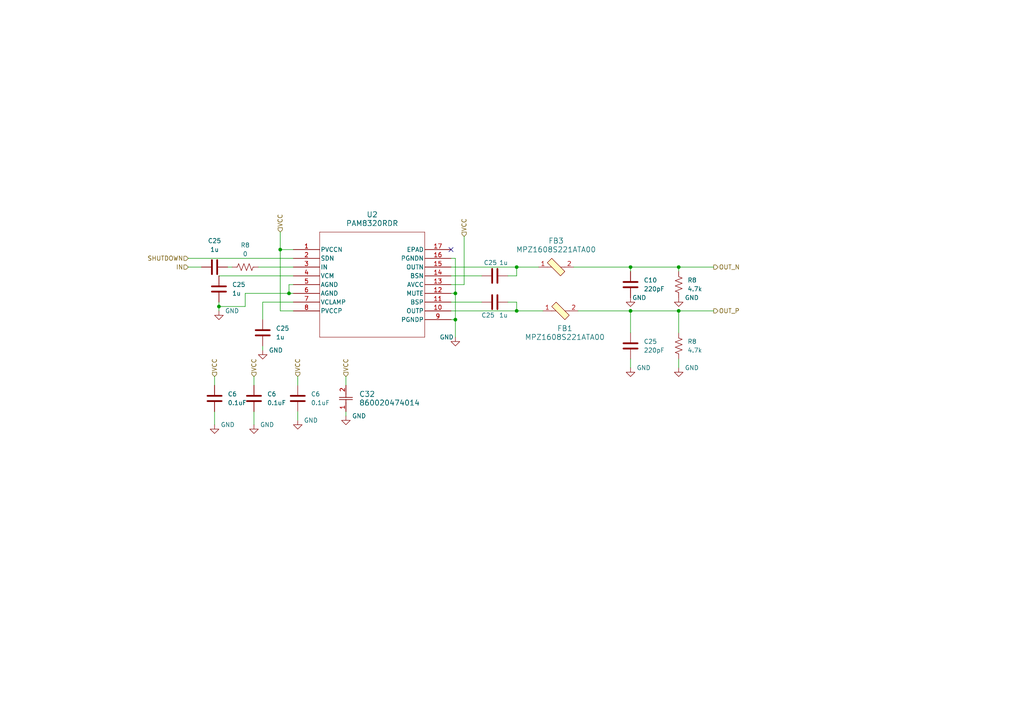
<source format=kicad_sch>
(kicad_sch (version 20230121) (generator eeschema)
  (paper "A4")
  (lib_symbols
    (symbol "2023-10-01_02-32-05:PAM8320RDR" (pin_names (offset 0.254))
      (property "Reference" "U2" (at 22.86 10.16 0))
      (property "Value" "PAM8320RDR" (at 22.86 7.62 0))
      (symbol "PAM8320RDR_0_1"
        (polyline (pts (xy 7.62 -25.4) (xy 38.1 -25.4)) (stroke (width 0.127)))
        (polyline (pts (xy 7.62 5.08) (xy 7.62 -25.4)) (stroke (width 0.127)))
        (polyline (pts (xy 38.1 -25.4) (xy 38.1 5.08)) (stroke (width 0.127)))
        (polyline (pts (xy 38.1 5.08) (xy 7.62 5.08)) (stroke (width 0.127)))
        (pin unspecified line (at 0 0 0) (length 7.62) (name "PVCCN") (number "1"))
        (pin output line (at 45.72 -17.78 180) (length 7.62) (name "OUTP") (number "10"))
        (pin unspecified line (at 45.72 -15.24 180) (length 7.62) (name "BSP") (number "11"))
        (pin unspecified line (at 45.72 -12.7 180) (length 7.62) (name "MUTE") (number "12"))
        (pin unspecified line (at 45.72 -10.16 180) (length 7.62) (name "AVCC") (number "13"))
        (pin unspecified line (at 45.72 -7.62 180) (length 7.62) (name "BSN") (number "14"))
        (pin output line (at 45.72 -5.08 180) (length 7.62) (name "OUTN") (number "15"))
        (pin power_out line (at 45.72 -2.54 180) (length 7.62) (name "PGNDN") (number "16"))
        (pin unspecified line (at 45.72 0 180) (length 7.62) (name "EPAD") (number "17"))
        (pin unspecified line (at 0 -2.54 0) (length 7.62) (name "SDN") (number "2"))
        (pin unspecified line (at 0 -5.08 0) (length 7.62) (name "IN") (number "3"))
        (pin unspecified line (at 0 -7.62 0) (length 7.62) (name "VCM") (number "4"))
        (pin power_out line (at 0 -10.16 0) (length 7.62) (name "AGND") (number "5"))
        (pin power_out line (at 0 -12.7 0) (length 7.62) (name "AGND") (number "6"))
        (pin unspecified line (at 0 -15.24 0) (length 7.62) (name "VCLAMP") (number "7"))
        (pin unspecified line (at 0 -17.78 0) (length 7.62) (name "PVCCP") (number "8"))
        (pin power_out line (at 45.72 -20.32 180) (length 7.62) (name "PGNDP") (number "9"))
      )
    )
    (symbol "2023-10-01_19-18-23:860020474014" (pin_names (offset 0.254))
      (property "Reference" "C" (at 3.81 3.81 0))
      (property "Value" "860020474014" (at 3.81 -3.81 0))
      (symbol "860020474014_1_1"
        (polyline (pts (xy 2.54 0) (xy 3.4798 0)) (stroke (width 0.2032)))
        (polyline (pts (xy 3.4798 -1.905) (xy 3.4798 1.905)) (stroke (width 0.2032)))
        (polyline (pts (xy 4.1148 -1.905) (xy 4.1148 1.905)) (stroke (width 0.2032)))
        (polyline (pts (xy 4.1148 0) (xy 5.08 0)) (stroke (width 0.2032)))
        (pin unspecified line (at 0 0 0) (length 2.54) (name "") (number "1"))
        (pin unspecified line (at 7.62 0 180) (length 2.54) (name "") (number "2"))
      )
      (symbol "860020474014_1_2"
        (polyline (pts (xy -1.905 -4.1148) (xy 1.905 -4.1148)) (stroke (width 0.2032)))
        (polyline (pts (xy -1.905 -3.4798) (xy 1.905 -3.4798)) (stroke (width 0.2032)))
        (polyline (pts (xy 0 -4.1148) (xy 0 -5.08)) (stroke (width 0.2032)))
        (polyline (pts (xy 0 -2.54) (xy 0 -3.4798)) (stroke (width 0.2032)))
        (pin unspecified line (at 0 0 270) (length 2.54) (name "") (number "1"))
        (pin unspecified line (at 0 -7.62 90) (length 2.54) (name "") (number "2"))
      )
    )
    (symbol "Device:C" (pin_numbers hide) (pin_names (offset 0.254))
      (property "Reference" "C" (at 0.635 2.54 0))
      (property "Value" "C" (at 0.635 -2.54 0))
      (symbol "C_0_1"
        (polyline (pts (xy -2.032 -0.762) (xy 2.032 -0.762)) (stroke (width 0.508)))
        (polyline (pts (xy -2.032 0.762) (xy 2.032 0.762)) (stroke (width 0.508)))
      )
      (symbol "C_1_1"
        (pin passive line (at 0 3.81 270) (length 2.794) (name "~") (number "1"))
        (pin passive line (at 0 -3.81 90) (length 2.794) (name "~") (number "2"))
      )
    )
    (symbol "Device:R_US" (pin_numbers hide) (pin_names (offset 0))
      (property "Reference" "R" (at 2.54 0 90))
      (property "Value" "R_US" (at -2.54 0 90))
      (symbol "R_US_0_1"
        (polyline (pts (xy 0 -2.286) (xy 0 -2.54)))
        (polyline (pts (xy 0 2.286) (xy 0 2.54)))
        (polyline (pts (xy 0 -0.762) (xy 1.016 -1.143) (xy 0 -1.524) (xy -1.016 -1.905) (xy 0 -2.286)))
        (polyline (pts (xy 0 0.762) (xy 1.016 0.381) (xy 0 0) (xy -1.016 -0.381) (xy 0 -0.762)))
        (polyline (pts (xy 0 2.286) (xy 1.016 1.905) (xy 0 1.524) (xy -1.016 1.143) (xy 0 0.762)))
      )
      (symbol "R_US_1_1"
        (pin passive line (at 0 3.81 270) (length 1.27) (name "~") (number "1"))
        (pin passive line (at 0 -3.81 90) (length 1.27) (name "~") (number "2"))
      )
    )
    (symbol "dk_Ferrite-Beads-and-Chips:MPZ1608S221ATA00" (pin_names (offset 1.016))
      (property "Reference" "FB" (at -2.54 3.81 0))
      (property "Value" "MPZ1608S221ATA00" (at 0 -3.81 0))
      (symbol "MPZ1608S221ATA00_0_1"
        (polyline (pts (xy -1.27 0) (xy -2.54 0)))
        (polyline (pts (xy 1.27 0) (xy 2.54 0)))
        (polyline (pts (xy -1.27 2.54) (xy -2.54 1.27) (xy 1.27 -2.54) (xy 2.54 -1.27) (xy -1.27 2.54)) (fill (type background)))
      )
      (symbol "MPZ1608S221ATA00_1_1"
        (pin passive line (at -5.08 0 0) (length 2.54) (name "~") (number "1"))
        (pin passive line (at 5.08 0 180) (length 2.54) (name "~") (number "2"))
      )
    )
    (symbol "power:GND" (power) (pin_names (offset 0))
      (property "Value" "GND" (at 0 -3.81 0))
      (symbol "GND_0_1"
        (polyline (pts (xy 0 0) (xy 0 -1.27) (xy 1.27 -1.27) (xy 0 -2.54) (xy -1.27 -1.27) (xy 0 -1.27)))
      )
      (symbol "GND_1_1"
        (pin power_in line (at 0 0 270) (length 0) hide (name "GND") (number "1"))
      )
    )
  )
  (junction (at 81.28 72.39))
  (junction (at 63.5 88.9))
  (junction (at 182.88 77.47))
  (junction (at 196.85 77.47))
  (junction (at 132.08 85.09))
  (junction (at 83.82 85.09))
  (junction (at 196.85 90.17))
  (junction (at 149.86 77.47))
  (junction (at 132.08 92.71))
  (junction (at 182.88 90.17))
  (junction (at 149.86 90.17))
  (no_connect (at 130.81 72.39))
  (wire (pts (xy 86.36 121.92) (xy 86.36 119.38)))
  (wire (pts (xy 132.08 92.71) (xy 132.08 85.09)))
  (wire (pts (xy 166.37 77.47) (xy 182.88 77.47)))
  (wire (pts (xy 71.12 85.09) (xy 71.12 88.9)))
  (wire (pts (xy 149.86 77.47) (xy 156.21 77.47)))
  (wire (pts (xy 182.88 77.47) (xy 196.85 77.47)))
  (wire (pts (xy 167.64 90.17) (xy 182.88 90.17)))
  (wire (pts (xy 132.08 97.79) (xy 132.08 92.71)))
  (wire (pts (xy 81.28 72.39) (xy 85.09 72.39)))
  (wire (pts (xy 130.81 77.47) (xy 149.86 77.47)))
  (wire (pts (xy 73.66 109.22) (xy 73.66 111.76)))
  (wire (pts (xy 149.86 90.17) (xy 157.48 90.17)))
  (wire (pts (xy 76.2 87.63) (xy 76.2 92.71)))
  (wire (pts (xy 63.5 87.63) (xy 63.5 88.9)))
  (wire (pts (xy 85.09 85.09) (xy 83.82 85.09)))
  (wire (pts (xy 196.85 77.47) (xy 196.85 78.74)))
  (wire (pts (xy 74.93 77.47) (xy 85.09 77.47)))
  (wire (pts (xy 147.32 87.63) (xy 149.86 87.63)))
  (wire (pts (xy 132.08 74.93) (xy 130.81 74.93)))
  (wire (pts (xy 182.88 106.68) (xy 182.88 104.14)))
  (wire (pts (xy 100.33 109.22) (xy 100.33 111.76)))
  (wire (pts (xy 182.88 77.47) (xy 182.88 78.74)))
  (wire (pts (xy 100.33 120.65) (xy 100.33 119.38)))
  (wire (pts (xy 81.28 72.39) (xy 81.28 90.17)))
  (wire (pts (xy 62.23 123.19) (xy 62.23 119.38)))
  (wire (pts (xy 134.62 82.55) (xy 134.62 68.58)))
  (wire (pts (xy 196.85 106.68) (xy 196.85 104.14)))
  (wire (pts (xy 73.66 123.19) (xy 73.66 119.38)))
  (wire (pts (xy 147.32 80.01) (xy 149.86 80.01)))
  (wire (pts (xy 149.86 80.01) (xy 149.86 77.47)))
  (wire (pts (xy 196.85 90.17) (xy 207.01 90.17)))
  (wire (pts (xy 86.36 109.22) (xy 86.36 111.76)))
  (wire (pts (xy 130.81 87.63) (xy 139.7 87.63)))
  (wire (pts (xy 66.04 77.47) (xy 67.31 77.47)))
  (wire (pts (xy 54.61 77.47) (xy 58.42 77.47)))
  (wire (pts (xy 132.08 85.09) (xy 132.08 74.93)))
  (wire (pts (xy 130.81 92.71) (xy 132.08 92.71)))
  (wire (pts (xy 85.09 82.55) (xy 83.82 82.55)))
  (wire (pts (xy 81.28 90.17) (xy 85.09 90.17)))
  (wire (pts (xy 71.12 88.9) (xy 63.5 88.9)))
  (wire (pts (xy 130.81 85.09) (xy 132.08 85.09)))
  (wire (pts (xy 182.88 90.17) (xy 196.85 90.17)))
  (wire (pts (xy 130.81 90.17) (xy 149.86 90.17)))
  (wire (pts (xy 63.5 88.9) (xy 63.5 90.17)))
  (wire (pts (xy 81.28 67.31) (xy 81.28 72.39)))
  (wire (pts (xy 54.61 74.93) (xy 85.09 74.93)))
  (wire (pts (xy 182.88 90.17) (xy 182.88 96.52)))
  (wire (pts (xy 83.82 85.09) (xy 71.12 85.09)))
  (wire (pts (xy 196.85 77.47) (xy 207.01 77.47)))
  (wire (pts (xy 83.82 82.55) (xy 83.82 85.09)))
  (wire (pts (xy 196.85 90.17) (xy 196.85 96.52)))
  (wire (pts (xy 63.5 80.01) (xy 85.09 80.01)))
  (wire (pts (xy 149.86 87.63) (xy 149.86 90.17)))
  (wire (pts (xy 130.81 80.01) (xy 139.7 80.01)))
  (wire (pts (xy 85.09 87.63) (xy 76.2 87.63)))
  (wire (pts (xy 130.81 82.55) (xy 134.62 82.55)))
  (wire (pts (xy 62.23 109.22) (xy 62.23 111.76)))
  (wire (pts (xy 76.2 101.6) (xy 76.2 100.33)))
  (hierarchical_label "IN" (shape input) (at 54.61 77.47 180))
  (hierarchical_label "VCC" (shape input) (at 62.23 109.22 90))
  (hierarchical_label "OUT_N" (shape output) (at 207.01 77.47 0))
  (hierarchical_label "VCC" (shape input) (at 86.36 109.22 90))
  (hierarchical_label "SHUTDOWN" (shape input) (at 54.61 74.93 180))
  (hierarchical_label "VCC" (shape input) (at 73.66 109.22 90))
  (hierarchical_label "VCC" (shape input) (at 100.33 109.22 90))
  (hierarchical_label "OUT_P" (shape output) (at 207.01 90.17 0))
  (hierarchical_label "VCC" (shape input) (at 81.28 67.31 90))
  (hierarchical_label "VCC" (shape input) (at 134.62 68.58 90))
  (symbol (lib_id "power:GND") (at 182.88 106.68 0) (unit 1)
    (property "Reference" "#PWR021" (effects hide))
    (property "Value" "GND" (at 186.69 106.68 0))
    (instances (project "DaisySeedBreakout" (path "" (reference "#PWR021") (unit 1)) (path "" (reference "#PWR023") (unit 1))))
  )
  (symbol (lib_id "power:GND") (at 196.85 106.68 0) (unit 1)
    (property "Reference" "#PWR021" (effects hide))
    (property "Value" "GND" (at 200.66 106.68 0))
    (instances (project "DaisySeedBreakout" (path "" (reference "#PWR021") (unit 1)) (path "" (reference "#PWR0154") (unit 1))))
  )
  (symbol (lib_id "Device:R_US") (at 196.85 100.33 0) (unit 1)
    (property "Reference" "R8" (at 199.39 99.06 0) (effects (justify left)))
    (property "Value" "4.7k" (at 199.39 101.6 0) (effects (justify left)))
    (property "Footprint" "Resistor_SMD:R_0402_1005Metric" (effects hide))
    (instances (project "DaisySeedBreakout" (path "" (reference "R8") (unit 1)) (path "" (reference "R23") (unit 1)) (path "" (reference "R58") (unit 1))))
  )
  (symbol (lib_id "Device:C") (at 63.5 83.82 0) (unit 1)
    (property "Reference" "C25" (at 67.31 82.55 0) (effects (justify left)))
    (property "Value" "1u" (at 67.31 85.09 0) (effects (justify left)))
    (property "Footprint" "Capacitor_SMD:C_0603_1608Metric" (effects hide))
    (instances (project "DaisySeedBreakout" (path "" (reference "C25") (unit 1)) (path "" (reference "C24") (unit 1)) (path "" (reference "C26") (unit 1))))
  )
  (symbol (lib_id "Device:C") (at 182.88 100.33 0) (unit 1)
    (property "Reference" "C25" (at 186.69 99.06 0) (effects (justify left)))
    (property "Value" "220pF" (at 186.69 101.6 0) (effects (justify left)))
    (property "Footprint" "Capacitor_SMD:C_0402_1005Metric" (effects hide))
    (instances (project "DaisySeedBreakout" (path "" (reference "C25") (unit 1)) (path "" (reference "C24") (unit 1)) (path "" (reference "C25") (unit 1))))
  )
  (symbol (lib_id "Device:C") (at 143.51 87.63 90) (mirror x) (unit 1)
    (property "Reference" "C25" (at 143.51 91.44 90) (effects (justify left)))
    (property "Value" "1u" (at 147.32 91.44 90) (effects (justify left)))
    (property "Footprint" "Capacitor_SMD:C_0603_1608Metric" (effects hide))
    (instances (project "DaisySeedBreakout" (path "" (reference "C25") (unit 1)) (path "" (reference "C24") (unit 1)) (path "" (reference "C29") (unit 1))))
  )
  (symbol (lib_id "2023-10-01_19-18-23:860020474014") (at 100.33 119.38 90) (unit 1)
    (property "Reference" "C32" (at 104.14 114.3 90) (effects (font (size 1.524 1.524)) (justify right)))
    (property "Value" "860020474014" (at 104.14 116.84 90) (effects (font (size 1.524 1.524)) (justify right)))
    (property "Footprint" "CAP_WCAP-ATG5_8x11.5_WRE" (effects hide))
    (property "Datasheet" "860020474014" (effects hide))
  )
  (symbol (lib_id "dk_Ferrite-Beads-and-Chips:MPZ1608S221ATA00") (at 162.56 90.17 0) (unit 1)
    (property "Reference" "FB1" (at 163.83 95.25 0) (effects (font (size 1.524 1.524))))
    (property "Value" "MPZ1608S221ATA00" (at 163.83 97.79 0) (effects (font (size 1.524 1.524))))
    (property "Footprint" "digikey-footprints:0603" (effects hide))
    (property "Datasheet" "https://product.tdk.com/info/en/catalog/datasheets/beads_commercial_power_mpz1608_en.pdf" (effects hide))
    (property "Digi-Key_PN" "445-1565-1-ND" (effects hide))
    (property "MPN" "MPZ1608S221ATA00" (effects hide))
    (property "Category" "Filters" (effects hide))
    (property "Family" "Ferrite Beads and Chips" (effects hide))
    (property "DK_Datasheet_Link" "https://product.tdk.com/info/en/catalog/datasheets/beads_commercial_power_mpz1608_en.pdf" (effects hide))
    (property "DK_Detail_Page" "/product-detail/en/tdk-corporation/MPZ1608S221ATA00/445-1565-1-ND/571895" (effects hide))
    (property "Description" "FERRITE BEAD 220 OHM 0603 1LN" (effects hide))
    (property "Manufacturer" "TDK Corporation" (effects hide))
    (property "Status" "Active" (effects hide))
    (instances (project "DaisySeedBreakout" (path "" (reference "FB1") (unit 1)) (path "" (reference "FB2") (unit 1))))
  )
  (symbol (lib_id "power:GND") (at 100.33 120.65 0) (unit 1)
    (property "Reference" "#PWR021" (effects hide))
    (property "Value" "GND" (at 104.14 120.65 0))
    (instances (project "DaisySeedBreakout" (path "" (reference "#PWR021") (unit 1)) (path "" (reference "#PWR051") (unit 1))))
  )
  (symbol (lib_id "Device:C") (at 182.88 82.55 0) (unit 1)
    (property "Reference" "C10" (at 186.69 81.28 0) (effects (justify left)))
    (property "Value" "220pF" (at 186.69 83.82 0) (effects (justify left)))
    (property "Footprint" "Capacitor_SMD:C_0402_1005Metric" (effects hide))
    (instances (project "DaisySeedBreakout" (path "" (reference "C10") (unit 1)) (path "" (reference "C24") (unit 1)) (path "" (reference "C10") (unit 1))))
  )
  (symbol (lib_id "dk_Ferrite-Beads-and-Chips:MPZ1608S221ATA00") (at 161.29 77.47 0) (unit 1)
    (property "Reference" "FB3" (at 161.29 69.85 0) (effects (font (size 1.524 1.524))))
    (property "Value" "MPZ1608S221ATA00" (at 161.29 72.39 0) (effects (font (size 1.524 1.524))))
    (property "Footprint" "digikey-footprints:0603" (effects hide))
    (property "Datasheet" "https://product.tdk.com/info/en/catalog/datasheets/beads_commercial_power_mpz1608_en.pdf" (effects hide))
    (property "Digi-Key_PN" "445-1565-1-ND" (effects hide))
    (property "MPN" "MPZ1608S221ATA00" (effects hide))
    (property "Category" "Filters" (effects hide))
    (property "Family" "Ferrite Beads and Chips" (effects hide))
    (property "DK_Datasheet_Link" "https://product.tdk.com/info/en/catalog/datasheets/beads_commercial_power_mpz1608_en.pdf" (effects hide))
    (property "DK_Detail_Page" "/product-detail/en/tdk-corporation/MPZ1608S221ATA00/445-1565-1-ND/571895" (effects hide))
    (property "Description" "FERRITE BEAD 220 OHM 0603 1LN" (effects hide))
    (property "Manufacturer" "TDK Corporation" (effects hide))
    (property "Status" "Active" (effects hide))
    (instances (project "DaisySeedBreakout" (path "" (reference "FB3") (unit 1)) (path "" (reference "FB1") (unit 1))))
  )
  (symbol (lib_id "2023-10-01_02-32-05:PAM8320RDR") (at 85.09 72.39 0) (unit 1)
    (property "Reference" "U2" (at 107.95 62.23 0) (effects (font (size 1.524 1.524))))
    (property "Value" "PAM8320RDR" (at 107.95 64.77 0) (effects (font (size 1.524 1.524))))
    (property "Footprint" "SO-16EP_3P9X9P9_DIO" (effects hide))
    (property "Datasheet" "PAM8320RDR" (effects hide))
  )
  (symbol (lib_id "power:GND") (at 132.08 97.79 0) (unit 1)
    (property "Reference" "#PWR021" (effects hide))
    (property "Value" "GND" (at 129.54 97.79 0))
    (instances (project "DaisySeedBreakout" (path "" (reference "#PWR021") (unit 1)) (path "" (reference "#PWR071") (unit 1))))
  )
  (symbol (lib_id "power:GND") (at 86.36 121.92 0) (unit 1)
    (property "Reference" "#PWR021" (effects hide))
    (property "Value" "GND" (at 90.17 121.92 0))
    (instances (project "DaisySeedBreakout" (path "" (reference "#PWR021") (unit 1)) (path "" (reference "#PWR0136") (unit 1))))
  )
  (symbol (lib_id "Device:C") (at 62.23 115.57 0) (unit 1)
    (property "Reference" "C6" (at 66.04 114.3 0) (effects (justify left)))
    (property "Value" "0.1uF" (at 66.04 116.84 0) (effects (justify left)))
    (property "Footprint" "Capacitor_SMD:C_0603_1608Metric" (effects hide))
    (property "Specs" "0603, 16V" (effects hide))
    (instances (project "DaisySeedBreakout" (path "" (reference "C6") (unit 1)) (path "" (reference "C35") (unit 1))))
  )
  (symbol (lib_id "power:GND") (at 76.2 101.6 0) (unit 1)
    (property "Reference" "#PWR021" (effects hide))
    (property "Value" "GND" (at 80.01 101.6 0))
    (instances (project "DaisySeedBreakout" (path "" (reference "#PWR021") (unit 1)) (path "" (reference "#PWR070") (unit 1))))
  )
  (symbol (lib_id "power:GND") (at 63.5 90.17 0) (unit 1)
    (property "Reference" "#PWR021" (effects hide))
    (property "Value" "GND" (at 67.31 90.17 0))
    (instances (project "DaisySeedBreakout" (path "" (reference "#PWR021") (unit 1)) (path "" (reference "#PWR069") (unit 1))))
  )
  (symbol (lib_id "Device:C") (at 76.2 96.52 0) (unit 1)
    (property "Reference" "C25" (at 80.01 95.25 0) (effects (justify left)))
    (property "Value" "1u" (at 80.01 97.79 0) (effects (justify left)))
    (property "Footprint" "Capacitor_SMD:C_0603_1608Metric" (effects hide))
    (instances (project "DaisySeedBreakout" (path "" (reference "C25") (unit 1)) (path "" (reference "C24") (unit 1)) (path "" (reference "C27") (unit 1))))
  )
  (symbol (lib_id "power:GND") (at 62.23 123.19 0) (unit 1)
    (property "Reference" "#PWR021" (effects hide))
    (property "Value" "GND" (at 66.04 123.19 0))
    (instances (project "DaisySeedBreakout" (path "" (reference "#PWR021") (unit 1)) (path "" (reference "#PWR0138") (unit 1))))
  )
  (symbol (lib_id "Device:C") (at 143.51 80.01 90) (unit 1)
    (property "Reference" "C25" (at 142.24 76.2 90))
    (property "Value" "1u" (at 146.05 76.2 90))
    (property "Footprint" "Capacitor_SMD:C_0603_1608Metric" (effects hide))
    (instances (project "DaisySeedBreakout" (path "" (reference "C25") (unit 1)) (path "" (reference "C24") (unit 1)) (path "" (reference "C30") (unit 1))))
  )
  (symbol (lib_id "Device:C") (at 86.36 115.57 0) (unit 1)
    (property "Reference" "C6" (at 90.17 114.3 0) (effects (justify left)))
    (property "Value" "0.1uF" (at 90.17 116.84 0) (effects (justify left)))
    (property "Footprint" "Capacitor_SMD:C_0603_1608Metric" (effects hide))
    (property "Specs" "0603, 16V" (effects hide))
    (instances (project "DaisySeedBreakout" (path "" (reference "C6") (unit 1)) (path "" (reference "C34") (unit 1))))
  )
  (symbol (lib_id "power:GND") (at 182.88 86.36 0) (unit 1)
    (property "Reference" "#PWR021" (effects hide))
    (property "Value" "GND" (at 185.42 86.36 0))
    (instances (project "DaisySeedBreakout" (path "" (reference "#PWR021") (unit 1)) (path "" (reference "#PWR068") (unit 1))))
  )
  (symbol (lib_id "power:GND") (at 196.85 86.36 0) (unit 1)
    (property "Reference" "#PWR021" (effects hide))
    (property "Value" "GND" (at 200.66 86.36 0))
    (instances (project "DaisySeedBreakout" (path "" (reference "#PWR021") (unit 1)) (path "" (reference "#PWR0155") (unit 1))))
  )
  (symbol (lib_id "Device:C") (at 62.23 77.47 90) (unit 1)
    (property "Reference" "C25" (at 62.23 69.85 90))
    (property "Value" "1u" (at 62.23 72.39 90))
    (property "Footprint" "Capacitor_SMD:C_0603_1608Metric" (effects hide))
    (instances (project "DaisySeedBreakout" (path "" (reference "C25") (unit 1)) (path "" (reference "C24") (unit 1)) (path "" (reference "C28") (unit 1))))
  )
  (symbol (lib_id "Device:C") (at 73.66 115.57 0) (unit 1)
    (property "Reference" "C6" (at 77.47 114.3 0) (effects (justify left)))
    (property "Value" "0.1uF" (at 77.47 116.84 0) (effects (justify left)))
    (property "Footprint" "Capacitor_SMD:C_0603_1608Metric" (effects hide))
    (property "Specs" "0603, 16V" (effects hide))
    (instances (project "DaisySeedBreakout" (path "" (reference "C6") (unit 1)) (path "" (reference "C33") (unit 1))))
  )
  (symbol (lib_id "Device:R_US") (at 71.12 77.47 90) (unit 1)
    (property "Reference" "R8" (at 71.12 71.12 90))
    (property "Value" "0" (at 71.12 73.66 90))
    (property "Footprint" "Resistor_SMD:R_0402_1005Metric" (effects hide))
    (instances (project "DaisySeedBreakout" (path "" (reference "R8") (unit 1)) (path "" (reference "R23") (unit 1)) (path "" (reference "R65") (unit 1))))
  )
  (symbol (lib_id "power:GND") (at 73.66 123.19 0) (unit 1)
    (property "Reference" "#PWR021" (effects hide))
    (property "Value" "GND" (at 77.47 123.19 0))
    (instances (project "DaisySeedBreakout" (path "" (reference "#PWR021") (unit 1)) (path "" (reference "#PWR0137") (unit 1))))
  )
  (symbol (lib_id "Device:R_US") (at 196.85 82.55 0) (unit 1)
    (property "Reference" "R8" (at 199.39 81.28 0) (effects (justify left)))
    (property "Value" "4.7k" (at 199.39 83.82 0) (effects (justify left)))
    (property "Footprint" "Resistor_SMD:R_0402_1005Metric" (effects hide))
    (instances (project "DaisySeedBreakout" (path "" (reference "R8") (unit 1)) (path "" (reference "R23") (unit 1)) (path "" (reference "R57") (unit 1))))
  )
)
</source>
